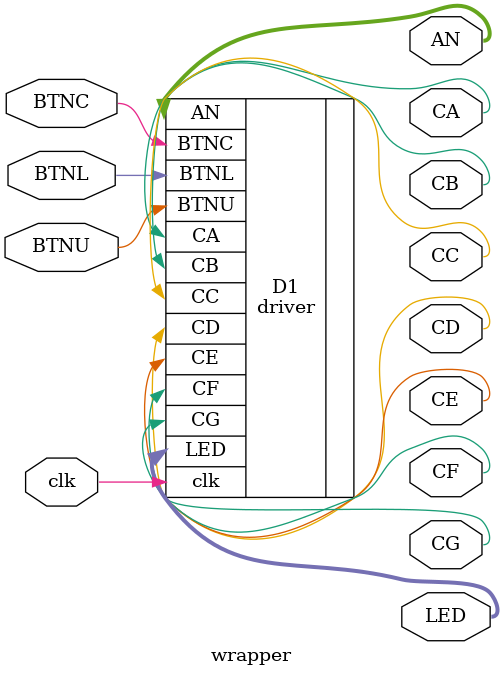
<source format=sv>
`timescale 1ns / 1ps

module wrapper(
    input clk,
    input BTNC,
    input BTNU,
    input BTNL,
    output logic [1:0] LED,
    output logic [7:0] AN,
    output logic CA,
    output logic CB,
    output logic CC,
    output logic CD,
    output logic CE,
    output logic CF,
    output logic CG
    );
    
    driver D1 (
        .clk(clk),
        .BTNC(BTNC),
        .BTNU(BTNU),
        .BTNL(BTNL),
        .LED(LED),
        .AN(AN),
        .CA(CA),
        .CB(CB),
        .CC(CC),
        .CD(CD),
        .CE(CE),
        .CF(CF),
        .CG(CG)
    );
    
    
endmodule

</source>
